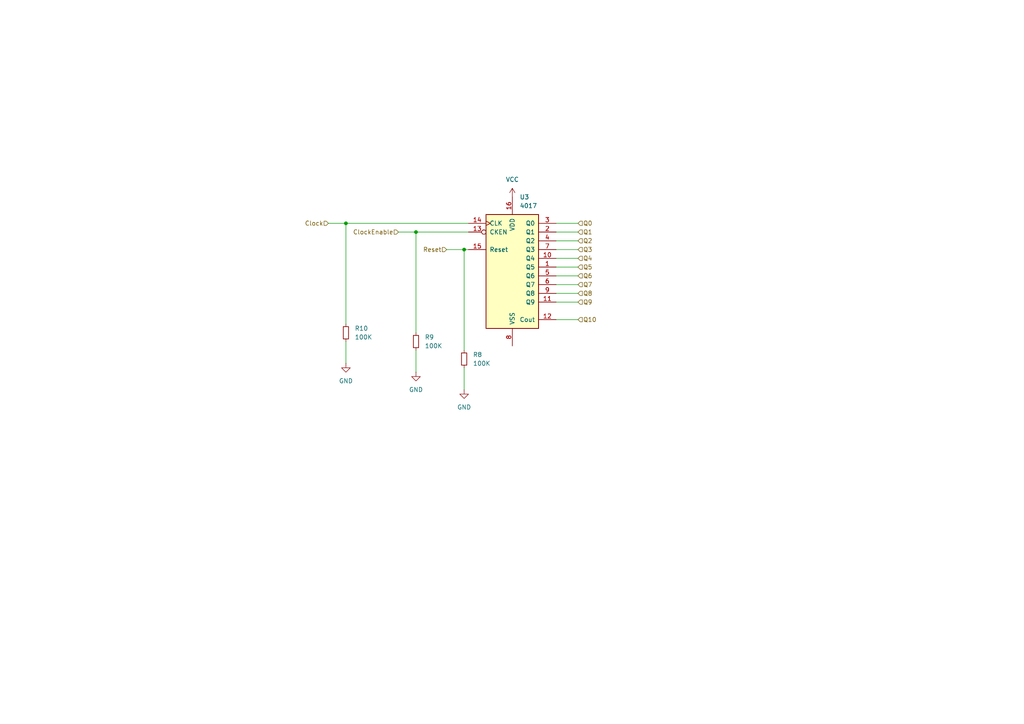
<source format=kicad_sch>
(kicad_sch (version 20250114) (generator "eeschema") (generator_version "9.0")
  (paper "A4")
  (lib_symbols
    (symbol "4xxx:4017" (pin_names (offset 1.016))
      (property "Reference" "U" (at -7.62 16.51 0))
      (property "Value" "4017" (at -7.62 -19.05 0))
      (symbol "4017_1_0"
        (pin input clock (at -12.7 12.7 0) (length 5.08) (name "CLK") (number "14"))
        (pin input inverted (at -12.7 10.16 0) (length 5.08) (name "CKEN") (number "13"))
        (pin input line (at -12.7 5.08 0) (length 5.08) (name "Reset") (number "15"))
        (pin power_in line (at 0 20.32 270) (length 5.08) (name "VDD") (number "16"))
        (pin power_in line (at 0 -22.86 90) (length 5.08) (name "VSS") (number "8"))
        (pin output line (at 12.7 12.7 180) (length 5.08) (name "Q0") (number "3"))
        (pin output line (at 12.7 10.16 180) (length 5.08) (name "Q1") (number "2"))
        (pin output line (at 12.7 7.62 180) (length 5.08) (name "Q2") (number "4"))
        (pin output line (at 12.7 5.08 180) (length 5.08) (name "Q3") (number "7"))
        (pin output line (at 12.7 2.54 180) (length 5.08) (name "Q4") (number "10"))
        (pin output line (at 12.7 0 180) (length 5.08) (name "Q5") (number "1"))
        (pin output line (at 12.7 -2.54 180) (length 5.08) (name "Q6") (number "5"))
        (pin output line (at 12.7 -5.08 180) (length 5.08) (name "Q7") (number "6"))
        (pin output line (at 12.7 -7.62 180) (length 5.08) (name "Q8") (number "9"))
        (pin output line (at 12.7 -10.16 180) (length 5.08) (name "Q9") (number "11"))
        (pin output line (at 12.7 -15.24 180) (length 5.08) (name "Cout") (number "12"))
      )
      (symbol "4017_1_1"
        (rectangle (start -7.62 15.24) (end 7.62 -17.78) (stroke (width 0.254)) (fill (type background)))
      )
    )
    (symbol "Device:R_Small" (pin_numbers (hide yes)) (pin_names (offset 0.254) (hide yes))
      (property "Reference" "R" (at 0 0 90))
      (property "Value" "R_Small" (at 1.778 0 90))
      (symbol "R_Small_0_1"
        (rectangle (start -0.762 1.778) (end 0.762 -1.778) (stroke (width 0.2032)))
      )
      (symbol "R_Small_1_1"
        (pin passive line (at 0 2.54 270) (length 0.762) (name "~") (number "1"))
        (pin passive line (at 0 -2.54 90) (length 0.762) (name "~") (number "2"))
      )
    )
    (symbol "power:GND" (power) (pin_numbers (hide yes)) (pin_names (offset 0) (hide yes))
      (property "Value" "GND" (at 0 -3.81 0))
      (symbol "GND_0_1"
        (polyline (pts (xy 0 0) (xy 0 -1.27) (xy 1.27 -1.27) (xy 0 -2.54) (xy -1.27 -1.27) (xy 0 -1.27)))
      )
      (symbol "GND_1_1"
        (pin power_in line (at 0 0 270) (length 0) (name "~") (number "1"))
      )
    )
    (symbol "power:VCC" (power) (pin_numbers (hide yes)) (pin_names (offset 0) (hide yes))
      (property "Value" "VCC" (at 0 3.556 0))
      (symbol "VCC_0_1"
        (polyline (pts (xy -0.762 1.27) (xy 0 2.54)))
        (polyline (pts (xy 0 2.54) (xy 0.762 1.27)))
        (polyline (pts (xy 0 0) (xy 0 2.54)))
      )
      (symbol "VCC_1_1"
        (pin power_in line (at 0 0 90) (length 0) (name "~") (number "1"))
      )
    )
  )
  (junction (at 120.65 67.31))
  (junction (at 100.33 64.77))
  (junction (at 134.62 72.39))
  (wire (pts (xy 134.62 72.39) (xy 135.89 72.39)))
  (wire (pts (xy 120.65 67.31) (xy 135.89 67.31)))
  (wire (pts (xy 129.54 72.39) (xy 134.62 72.39)))
  (wire (pts (xy 161.29 87.63) (xy 167.64 87.63)))
  (wire (pts (xy 161.29 74.93) (xy 167.64 74.93)))
  (wire (pts (xy 100.33 64.77) (xy 100.33 93.98)))
  (wire (pts (xy 100.33 99.06) (xy 100.33 105.41)))
  (wire (pts (xy 161.29 92.71) (xy 167.64 92.71)))
  (wire (pts (xy 100.33 64.77) (xy 135.89 64.77)))
  (wire (pts (xy 120.65 101.6) (xy 120.65 107.95)))
  (wire (pts (xy 161.29 80.01) (xy 167.64 80.01)))
  (wire (pts (xy 161.29 72.39) (xy 167.64 72.39)))
  (wire (pts (xy 115.57 67.31) (xy 120.65 67.31)))
  (wire (pts (xy 161.29 85.09) (xy 167.64 85.09)))
  (wire (pts (xy 95.25 64.77) (xy 100.33 64.77)))
  (wire (pts (xy 161.29 67.31) (xy 167.64 67.31)))
  (wire (pts (xy 161.29 82.55) (xy 167.64 82.55)))
  (wire (pts (xy 134.62 106.68) (xy 134.62 113.03)))
  (wire (pts (xy 161.29 64.77) (xy 167.64 64.77)))
  (wire (pts (xy 120.65 67.31) (xy 120.65 96.52)))
  (wire (pts (xy 161.29 69.85) (xy 167.64 69.85)))
  (wire (pts (xy 161.29 77.47) (xy 167.64 77.47)))
  (wire (pts (xy 134.62 72.39) (xy 134.62 101.6)))
  (hierarchical_label "Q5" (shape input) (at 167.64 77.47 0))
  (hierarchical_label "Q10" (shape input) (at 167.64 92.71 0))
  (hierarchical_label "Clock" (shape input) (at 95.25 64.77 180))
  (hierarchical_label "Q8" (shape input) (at 167.64 85.09 0))
  (hierarchical_label "Q4" (shape input) (at 167.64 74.93 0))
  (hierarchical_label "Reset" (shape input) (at 129.54 72.39 180))
  (hierarchical_label "Q1" (shape input) (at 167.64 67.31 0))
  (hierarchical_label "Q2" (shape input) (at 167.64 69.85 0))
  (hierarchical_label "Q9" (shape input) (at 167.64 87.63 0))
  (hierarchical_label "Q3" (shape input) (at 167.64 72.39 0))
  (hierarchical_label "ClockEnable" (shape input) (at 115.57 67.31 180))
  (hierarchical_label "Q7" (shape input) (at 167.64 82.55 0))
  (hierarchical_label "Q6" (shape input) (at 167.64 80.01 0))
  (hierarchical_label "Q0" (shape input) (at 167.64 64.77 0))
  (symbol (lib_id "power:GND") (at 134.62 113.03 0) (unit 1)
    (property "Reference" "#PWR020" (effects (hide yes)))
    (property "Value" "GND" (at 134.62 118.11 0))
    (property "Description" "Power symbol creates a global label with name \"GND\" , ground" (effects (hide yes)))
  )
  (symbol (lib_id "Device:R_Small") (at 120.65 99.06 0) (unit 1)
    (property "Reference" "R9" (at 123.19 97.7899 0) (effects (justify left)))
    (property "Value" "100K" (at 123.19 100.3299 0) (effects (justify left)))
    (property "Footprint" "Resistor_THT:R_Axial_DIN0207_L6.3mm_D2.5mm_P10.16mm_Horizontal" (effects (hide yes)))
    (property "Description" "Resistor, small symbol" (effects (hide yes)))
  )
  (symbol (lib_id "power:VCC") (at 148.59 57.15 0) (unit 1)
    (property "Reference" "#PWR016" (effects (hide yes)))
    (property "Value" "VCC" (at 148.59 52.07 0))
    (property "Description" "Power symbol creates a global label with name \"VCC\"" (effects (hide yes)))
  )
  (symbol (lib_id "4xxx:4017") (at 148.59 77.47 0) (unit 1)
    (property "Reference" "U3" (at 150.7333 57.15 0) (effects (justify left)))
    (property "Value" "4017" (at 150.7333 59.69 0) (effects (justify left)))
    (property "Footprint" "Package_DIP:DIP-16_W7.62mm" (effects (hide yes)))
    (property "Datasheet" "http://www.intersil.com/content/dam/Intersil/documents/cd40/cd4017bms-22bms.pdf" (effects (hide yes)))
    (property "Description" "Johnson Counter ( 10 outputs )" (effects (hide yes)))
  )
  (symbol (lib_id "Device:R_Small") (at 134.62 104.14 0) (unit 1)
    (property "Reference" "R8" (at 137.16 102.8699 0) (effects (justify left)))
    (property "Value" "100K" (at 137.16 105.4099 0) (effects (justify left)))
    (property "Footprint" "Resistor_THT:R_Axial_DIN0207_L6.3mm_D2.5mm_P10.16mm_Horizontal" (effects (hide yes)))
    (property "Description" "Resistor, small symbol" (effects (hide yes)))
  )
  (symbol (lib_id "Device:R_Small") (at 100.33 96.52 0) (unit 1)
    (property "Reference" "R10" (at 102.87 95.2499 0) (effects (justify left)))
    (property "Value" "100K" (at 102.87 97.7899 0) (effects (justify left)))
    (property "Footprint" "Resistor_THT:R_Axial_DIN0207_L6.3mm_D2.5mm_P10.16mm_Horizontal" (effects (hide yes)))
    (property "Description" "Resistor, small symbol" (effects (hide yes)))
  )
  (symbol (lib_id "power:GND") (at 100.33 105.41 0) (unit 1)
    (property "Reference" "#PWR022" (effects (hide yes)))
    (property "Value" "GND" (at 100.33 110.49 0))
    (property "Description" "Power symbol creates a global label with name \"GND\" , ground" (effects (hide yes)))
  )
  (symbol (lib_id "power:GND") (at 120.65 107.95 0) (unit 1)
    (property "Reference" "#PWR021" (effects (hide yes)))
    (property "Value" "GND" (at 120.65 113.03 0))
    (property "Description" "Power symbol creates a global label with name \"GND\" , ground" (effects (hide yes)))
  )
)
</source>
